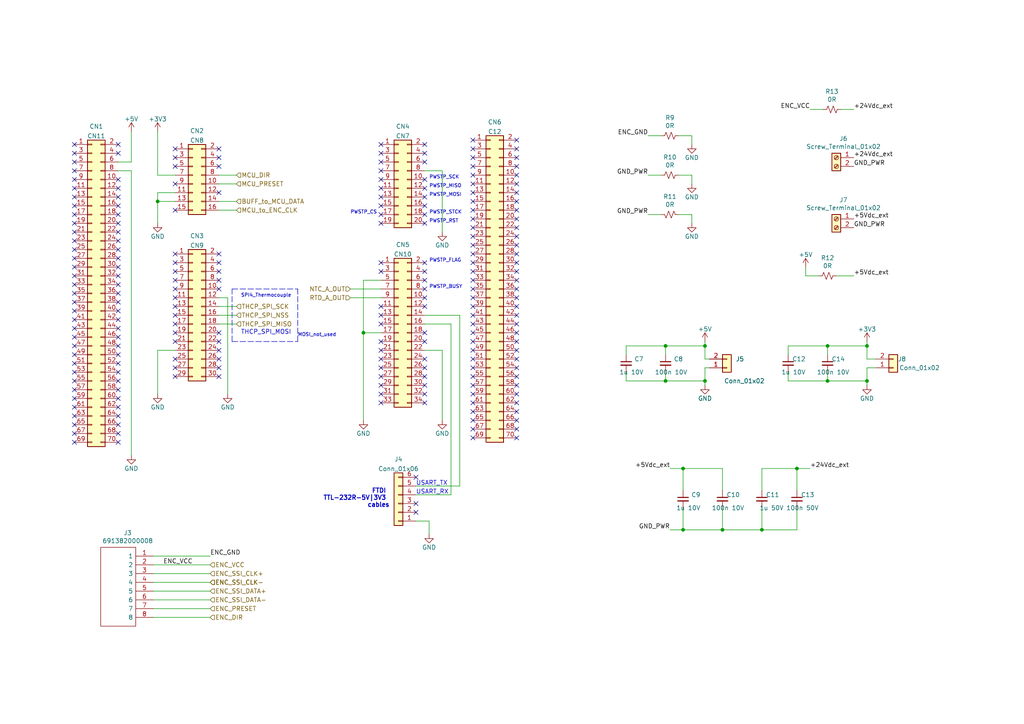
<source format=kicad_sch>
(kicad_sch (version 20211123) (generator eeschema)
  (paper "A4")
  (title_block (title "ProtonTH MatriXX Mover Nucleo-H723 driver") (date "2022-02-18") (rev "0.4") (company "ProM Facility - Trentino Sviluppo Spa"))
  (lib_symbols
    (symbol "Connector:Screw_Terminal_01x02" (pin_names (offset 1.016) hide)
      (property "Reference" "J" (at 0 2.54 0))
      (property "Value" "Screw_Terminal_01x02" (at 0 -5.08 0))
      (symbol "Screw_Terminal_01x02_1_1"
        (pin passive line (at -5.08 0 0) (length 3.81) (name "Pin_1") (number "1"))
        (pin passive line (at -5.08 -2.54 0) (length 3.81) (name "Pin_2") (number "2"))
      )
    )
    (symbol "Connector_Generic:Conn_01x02" (pin_names (offset 1.016) hide)
      (property "Reference" "J" (at 0 2.54 0))
      (property "Value" "Conn_01x02" (at 0 -5.08 0))
      (symbol "Conn_01x02_1_1"
        (pin passive line (at -5.08 0 0) (length 3.81) (name "Pin_1") (number "1"))
        (pin passive line (at -5.08 -2.54 0) (length 3.81) (name "Pin_2") (number "2"))
      )
    )
    (symbol "Connector_Generic:Conn_01x06" (pin_names (offset 1.016) hide)
      (property "Reference" "J" (at 0 7.62 0))
      (property "Value" "Conn_01x06" (at 0 -10.16 0))
      (symbol "Conn_01x06_1_1"
        (pin passive line (at -5.08 5.08 0) (length 3.81) (name "Pin_1") (number "1"))
        (pin passive line (at -5.08 2.54 0) (length 3.81) (name "Pin_2") (number "2"))
        (pin passive line (at -5.08 0 0) (length 3.81) (name "Pin_3") (number "3"))
        (pin passive line (at -5.08 -2.54 0) (length 3.81) (name "Pin_4") (number "4"))
        (pin passive line (at -5.08 -5.08 0) (length 3.81) (name "Pin_5") (number "5"))
        (pin passive line (at -5.08 -7.62 0) (length 3.81) (name "Pin_6") (number "6"))
      )
    )
    (symbol "Connector_Generic:Conn_02x08_Odd_Even" (pin_names (offset 1.016) hide)
      (property "Reference" "J" (at 1.27 10.16 0))
      (property "Value" "Conn_02x08_Odd_Even" (at 1.27 -12.7 0))
      (symbol "Conn_02x08_Odd_Even_1_1"
        (pin passive line (at -5.08 7.62 0) (length 3.81) (name "Pin_1") (number "1"))
        (pin passive line (at 7.62 -2.54 180) (length 3.81) (name "Pin_10") (number "10"))
        (pin passive line (at -5.08 -5.08 0) (length 3.81) (name "Pin_11") (number "11"))
        (pin passive line (at 7.62 -5.08 180) (length 3.81) (name "Pin_12") (number "12"))
        (pin passive line (at -5.08 -7.62 0) (length 3.81) (name "Pin_13") (number "13"))
        (pin passive line (at 7.62 -7.62 180) (length 3.81) (name "Pin_14") (number "14"))
        (pin passive line (at -5.08 -10.16 0) (length 3.81) (name "Pin_15") (number "15"))
        (pin passive line (at 7.62 -10.16 180) (length 3.81) (name "Pin_16") (number "16"))
        (pin passive line (at 7.62 7.62 180) (length 3.81) (name "Pin_2") (number "2"))
        (pin passive line (at -5.08 5.08 0) (length 3.81) (name "Pin_3") (number "3"))
        (pin passive line (at 7.62 5.08 180) (length 3.81) (name "Pin_4") (number "4"))
        (pin passive line (at -5.08 2.54 0) (length 3.81) (name "Pin_5") (number "5"))
        (pin passive line (at 7.62 2.54 180) (length 3.81) (name "Pin_6") (number "6"))
        (pin passive line (at -5.08 0 0) (length 3.81) (name "Pin_7") (number "7"))
        (pin passive line (at 7.62 0 180) (length 3.81) (name "Pin_8") (number "8"))
        (pin passive line (at -5.08 -2.54 0) (length 3.81) (name "Pin_9") (number "9"))
      )
    )
    (symbol "Connector_Generic:Conn_02x10_Odd_Even" (pin_names (offset 1.016) hide)
      (property "Reference" "J" (at 1.27 12.7 0))
      (property "Value" "Conn_02x10_Odd_Even" (at 1.27 -15.24 0))
      (symbol "Conn_02x10_Odd_Even_1_1"
        (pin passive line (at -5.08 10.16 0) (length 3.81) (name "Pin_1") (number "1"))
        (pin passive line (at 7.62 0 180) (length 3.81) (name "Pin_10") (number "10"))
        (pin passive line (at -5.08 -2.54 0) (length 3.81) (name "Pin_11") (number "11"))
        (pin passive line (at 7.62 -2.54 180) (length 3.81) (name "Pin_12") (number "12"))
        (pin passive line (at -5.08 -5.08 0) (length 3.81) (name "Pin_13") (number "13"))
        (pin passive line (at 7.62 -5.08 180) (length 3.81) (name "Pin_14") (number "14"))
        (pin passive line (at -5.08 -7.62 0) (length 3.81) (name "Pin_15") (number "15"))
        (pin passive line (at 7.62 -7.62 180) (length 3.81) (name "Pin_16") (number "16"))
        (pin passive line (at -5.08 -10.16 0) (length 3.81) (name "Pin_17") (number "17"))
        (pin passive line (at 7.62 -10.16 180) (length 3.81) (name "Pin_18") (number "18"))
        (pin passive line (at -5.08 -12.7 0) (length 3.81) (name "Pin_19") (number "19"))
        (pin passive line (at 7.62 10.16 180) (length 3.81) (name "Pin_2") (number "2"))
        (pin passive line (at 7.62 -12.7 180) (length 3.81) (name "Pin_20") (number "20"))
        (pin passive line (at -5.08 7.62 0) (length 3.81) (name "Pin_3") (number "3"))
        (pin passive line (at 7.62 7.62 180) (length 3.81) (name "Pin_4") (number "4"))
        (pin passive line (at -5.08 5.08 0) (length 3.81) (name "Pin_5") (number "5"))
        (pin passive line (at 7.62 5.08 180) (length 3.81) (name "Pin_6") (number "6"))
        (pin passive line (at -5.08 2.54 0) (length 3.81) (name "Pin_7") (number "7"))
        (pin passive line (at 7.62 2.54 180) (length 3.81) (name "Pin_8") (number "8"))
        (pin passive line (at -5.08 0 0) (length 3.81) (name "Pin_9") (number "9"))
      )
    )
    (symbol "Connector_Generic:Conn_02x15_Odd_Even" (pin_names (offset 1.016) hide)
      (property "Reference" "J" (at 1.27 20.32 0))
      (property "Value" "Conn_02x15_Odd_Even" (at 1.27 -20.32 0))
      (symbol "Conn_02x15_Odd_Even_1_1"
        (pin passive line (at -5.08 17.78 0) (length 3.81) (name "Pin_1") (number "1"))
        (pin passive line (at 7.62 7.62 180) (length 3.81) (name "Pin_10") (number "10"))
        (pin passive line (at -5.08 5.08 0) (length 3.81) (name "Pin_11") (number "11"))
        (pin passive line (at 7.62 5.08 180) (length 3.81) (name "Pin_12") (number "12"))
        (pin passive line (at -5.08 2.54 0) (length 3.81) (name "Pin_13") (number "13"))
        (pin passive line (at 7.62 2.54 180) (length 3.81) (name "Pin_14") (number "14"))
        (pin passive line (at -5.08 0 0) (length 3.81) (name "Pin_15") (number "15"))
        (pin passive line (at 7.62 0 180) (length 3.81) (name "Pin_16") (number "16"))
        (pin passive line (at -5.08 -2.54 0) (length 3.81) (name "Pin_17") (number "17"))
        (pin passive line (at 7.62 -2.54 180) (length 3.81) (name "Pin_18") (number "18"))
        (pin passive line (at -5.08 -5.08 0) (length 3.81) (name "Pin_19") (number "19"))
        (pin passive line (at 7.62 17.78 180) (length 3.81) (name "Pin_2") (number "2"))
        (pin passive line (at 7.62 -5.08 180) (length 3.81) (name "Pin_20") (number "20"))
        (pin passive line (at -5.08 -7.62 0) (length 3.81) (name "Pin_21") (number "21"))
        (pin passive line (at 7.62 -7.62 180) (length 3.81) (name "Pin_22") (number "22"))
        (pin passive line (at -5.08 -10.16 0) (length 3.81) (name "Pin_23") (number "23"))
        (pin passive line (at 7.62 -10.16 180) (length 3.81) (name "Pin_24") (number "24"))
        (pin passive line (at -5.08 -12.7 0) (length 3.81) (name "Pin_25") (number "25"))
        (pin passive line (at 7.62 -12.7 180) (length 3.81) (name "Pin_26") (number "26"))
        (pin passive line (at -5.08 -15.24 0) (length 3.81) (name "Pin_27") (number "27"))
        (pin passive line (at 7.62 -15.24 180) (length 3.81) (name "Pin_28") (number "28"))
        (pin passive line (at -5.08 -17.78 0) (length 3.81) (name "Pin_29") (number "29"))
        (pin passive line (at -5.08 15.24 0) (length 3.81) (name "Pin_3") (number "3"))
        (pin passive line (at 7.62 -17.78 180) (length 3.81) (name "Pin_30") (number "30"))
        (pin passive line (at 7.62 15.24 180) (length 3.81) (name "Pin_4") (number "4"))
        (pin passive line (at -5.08 12.7 0) (length 3.81) (name "Pin_5") (number "5"))
        (pin passive line (at 7.62 12.7 180) (length 3.81) (name "Pin_6") (number "6"))
        (pin passive line (at -5.08 10.16 0) (length 3.81) (name "Pin_7") (number "7"))
        (pin passive line (at 7.62 10.16 180) (length 3.81) (name "Pin_8") (number "8"))
        (pin passive line (at -5.08 7.62 0) (length 3.81) (name "Pin_9") (number "9"))
      )
    )
    (symbol "Connector_Generic:Conn_02x17_Odd_Even" (pin_names (offset 1.016) hide)
      (property "Reference" "J" (at 1.27 22.86 0))
      (property "Value" "Conn_02x17_Odd_Even" (at 1.27 -22.86 0))
      (symbol "Conn_02x17_Odd_Even_1_1"
        (pin passive line (at -5.08 20.32 0) (length 3.81) (name "Pin_1") (number "1"))
        (pin passive line (at 7.62 10.16 180) (length 3.81) (name "Pin_10") (number "10"))
        (pin passive line (at -5.08 7.62 0) (length 3.81) (name "Pin_11") (number "11"))
        (pin passive line (at 7.62 7.62 180) (length 3.81) (name "Pin_12") (number "12"))
        (pin passive line (at -5.08 5.08 0) (length 3.81) (name "Pin_13") (number "13"))
        (pin passive line (at 7.62 5.08 180) (length 3.81) (name "Pin_14") (number "14"))
        (pin passive line (at -5.08 2.54 0) (length 3.81) (name "Pin_15") (number "15"))
        (pin passive line (at 7.62 2.54 180) (length 3.81) (name "Pin_16") (number "16"))
        (pin passive line (at -5.08 0 0) (length 3.81) (name "Pin_17") (number "17"))
        (pin passive line (at 7.62 0 180) (length 3.81) (name "Pin_18") (number "18"))
        (pin passive line (at -5.08 -2.54 0) (length 3.81) (name "Pin_19") (number "19"))
        (pin passive line (at 7.62 20.32 180) (length 3.81) (name "Pin_2") (number "2"))
        (pin passive line (at 7.62 -2.54 180) (length 3.81) (name "Pin_20") (number "20"))
        (pin passive line (at -5.08 -5.08 0) (length 3.81) (name "Pin_21") (number "21"))
        (pin passive line (at 7.62 -5.08 180) (length 3.81) (name "Pin_22") (number "22"))
        (pin passive line (at -5.08 -7.62 0) (length 3.81) (name "Pin_23") (number "23"))
        (pin passive line (at 7.62 -7.62 180) (length 3.81) (name "Pin_24") (number "24"))
        (pin passive line (at -5.08 -10.16 0) (length 3.81) (name "Pin_25") (number "25"))
        (pin passive line (at 7.62 -10.16 180) (length 3.81) (name "Pin_26") (number "26"))
        (pin passive line (at -5.08 -12.7 0) (length 3.81) (name "Pin_27") (number "27"))
        (pin passive line (at 7.62 -12.7 180) (length 3.81) (name "Pin_28") (number "28"))
        (pin passive line (at -5.08 -15.24 0) (length 3.81) (name "Pin_29") (number "29"))
        (pin passive line (at -5.08 17.78 0) (length 3.81) (name "Pin_3") (number "3"))
        (pin passive line (at 7.62 -15.24 180) (length 3.81) (name "Pin_30") (number "30"))
        (pin passive line (at -5.08 -17.78 0) (length 3.81) (name "Pin_31") (number "31"))
        (pin passive line (at 7.62 -17.78 180) (length 3.81) (name "Pin_32") (number "32"))
        (pin passive line (at -5.08 -20.32 0) (length 3.81) (name "Pin_33") (number "33"))
        (pin passive line (at 7.62 -20.32 180) (length 3.81) (name "Pin_34") (number "34"))
        (pin passive line (at 7.62 17.78 180) (length 3.81) (name "Pin_4") (number "4"))
        (pin passive line (at -5.08 15.24 0) (length 3.81) (name "Pin_5") (number "5"))
        (pin passive line (at 7.62 15.24 180) (length 3.81) (name "Pin_6") (number "6"))
        (pin passive line (at -5.08 12.7 0) (length 3.81) (name "Pin_7") (number "7"))
        (pin passive line (at 7.62 12.7 180) (length 3.81) (name "Pin_8") (number "8"))
        (pin passive line (at -5.08 10.16 0) (length 3.81) (name "Pin_9") (number "9"))
      )
    )
    (symbol "Connector_Generic:Conn_02x35_Odd_Even" (pin_names (offset 1.016) hide)
      (property "Reference" "J" (at 1.27 45.72 0))
      (property "Value" "Conn_02x35_Odd_Even" (at 1.27 -45.72 0))
      (symbol "Conn_02x35_Odd_Even_1_1"
        (pin passive line (at -5.08 43.18 0) (length 3.81) (name "Pin_1") (number "1"))
        (pin passive line (at 7.62 33.02 180) (length 3.81) (name "Pin_10") (number "10"))
        (pin passive line (at -5.08 30.48 0) (length 3.81) (name "Pin_11") (number "11"))
        (pin passive line (at 7.62 30.48 180) (length 3.81) (name "Pin_12") (number "12"))
        (pin passive line (at -5.08 27.94 0) (length 3.81) (name "Pin_13") (number "13"))
        (pin passive line (at 7.62 27.94 180) (length 3.81) (name "Pin_14") (number "14"))
        (pin passive line (at -5.08 25.4 0) (length 3.81) (name "Pin_15") (number "15"))
        (pin passive line (at 7.62 25.4 180) (length 3.81) (name "Pin_16") (number "16"))
        (pin passive line (at -5.08 22.86 0) (length 3.81) (name "Pin_17") (number "17"))
        (pin passive line (at 7.62 22.86 180) (length 3.81) (name "Pin_18") (number "18"))
        (pin passive line (at -5.08 20.32 0) (length 3.81) (name "Pin_19") (number "19"))
        (pin passive line (at 7.62 43.18 180) (length 3.81) (name "Pin_2") (number "2"))
        (pin passive line (at 7.62 20.32 180) (length 3.81) (name "Pin_20") (number "20"))
        (pin passive line (at -5.08 17.78 0) (length 3.81) (name "Pin_21") (number "21"))
        (pin passive line (at 7.62 17.78 180) (length 3.81) (name "Pin_22") (number "22"))
        (pin passive line (at -5.08 15.24 0) (length 3.81) (name "Pin_23") (number "23"))
        (pin passive line (at 7.62 15.24 180) (length 3.81) (name "Pin_24") (number "24"))
        (pin passive line (at -5.08 12.7 0) (length 3.81) (name "Pin_25") (number "25"))
        (pin passive line (at 7.62 12.7 180) (length 3.81) (name "Pin_26") (number "26"))
        (pin passive line (at -5.08 10.16 0) (length 3.81) (name "Pin_27") (number "27"))
        (pin passive line (at 7.62 10.16 180) (length 3.81) (name "Pin_28") (number "28"))
        (pin passive line (at -5.08 7.62 0) (length 3.81) (name "Pin_29") (number "29"))
        (pin passive line (at -5.08 40.64 0) (length 3.81) (name "Pin_3") (number "3"))
        (pin passive line (at 7.62 7.62 180) (length 3.81) (name "Pin_30") (number "30"))
        (pin passive line (at -5.08 5.08 0) (length 3.81) (name "Pin_31") (number "31"))
        (pin passive line (at 7.62 5.08 180) (length 3.81) (name "Pin_32") (number "32"))
        (pin passive line (at -5.08 2.54 0) (length 3.81) (name "Pin_33") (number "33"))
        (pin passive line (at 7.62 2.54 180) (length 3.81) (name "Pin_34") (number "34"))
        (pin passive line (at -5.08 0 0) (length 3.81) (name "Pin_35") (number "35"))
        (pin passive line (at 7.62 0 180) (length 3.81) (name "Pin_36") (number "36"))
        (pin passive line (at -5.08 -2.54 0) (length 3.81) (name "Pin_37") (number "37"))
        (pin passive line (at 7.62 -2.54 180) (length 3.81) (name "Pin_38") (number "38"))
        (pin passive line (at -5.08 -5.08 0) (length 3.81) (name "Pin_39") (number "39"))
        (pin passive line (at 7.62 40.64 180) (length 3.81) (name "Pin_4") (number "4"))
        (pin passive line (at 7.62 -5.08 180) (length 3.81) (name "Pin_40") (number "40"))
        (pin passive line (at -5.08 -7.62 0) (length 3.81) (name "Pin_41") (number "41"))
        (pin passive line (at 7.62 -7.62 180) (length 3.81) (name "Pin_42") (number "42"))
        (pin passive line (at -5.08 -10.16 0) (length 3.81) (name "Pin_43") (number "43"))
        (pin passive line (at 7.62 -10.16 180) (length 3.81) (name "Pin_44") (number "44"))
        (pin passive line (at -5.08 -12.7 0) (length 3.81) (name "Pin_45") (number "45"))
        (pin passive line (at 7.62 -12.7 180) (length 3.81) (name "Pin_46") (number "46"))
        (pin passive line (at -5.08 -15.24 0) (length 3.81) (name "Pin_47") (number "47"))
        (pin passive line (at 7.62 -15.24 180) (length 3.81) (name "Pin_48") (number "48"))
        (pin passive line (at -5.08 -17.78 0) (length 3.81) (name "Pin_49") (number "49"))
        (pin passive line (at -5.08 38.1 0) (length 3.81) (name "Pin_5") (number "5"))
        (pin passive line (at 7.62 -17.78 180) (length 3.81) (name "Pin_50") (number "50"))
        (pin passive line (at -5.08 -20.32 0) (length 3.81) (name "Pin_51") (number "51"))
        (pin passive line (at 7.62 -20.32 180) (length 3.81) (name "Pin_52") (number "52"))
        (pin passive line (at -5.08 -22.86 0) (length 3.81) (name "Pin_53") (number "53"))
        (pin passive line (at 7.62 -22.86 180) (length 3.81) (name "Pin_54") (number "54"))
        (pin passive line (at -5.08 -25.4 0) (length 3.81) (name "Pin_55") (number "55"))
        (pin passive line (at 7.62 -25.4 180) (length 3.81) (name "Pin_56") (number "56"))
        (pin passive line (at -5.08 -27.94 0) (length 3.81) (name "Pin_57") (number "57"))
        (pin passive line (at 7.62 -27.94 180) (length 3.81) (name "Pin_58") (number "58"))
        (pin passive line (at -5.08 -30.48 0) (length 3.81) (name "Pin_59") (number "59"))
        (pin passive line (at 7.62 38.1 180) (length 3.81) (name "Pin_6") (number "6"))
        (pin passive line (at 7.62 -30.48 180) (length 3.81) (name "Pin_60") (number "60"))
        (pin passive line (at -5.08 -33.02 0) (length 3.81) (name "Pin_61") (number "61"))
        (pin passive line (at 7.62 -33.02 180) (length 3.81) (name "Pin_62") (number "62"))
        (pin passive line (at -5.08 -35.56 0) (length 3.81) (name "Pin_63") (number "63"))
        (pin passive line (at 7.62 -35.56 180) (length 3.81) (name "Pin_64") (number "64"))
        (pin passive line (at -5.08 -38.1 0) (length 3.81) (name "Pin_65") (number "65"))
        (pin passive line (at 7.62 -38.1 180) (length 3.81) (name "Pin_66") (number "66"))
        (pin passive line (at -5.08 -40.64 0) (length 3.81) (name "Pin_67") (number "67"))
        (pin passive line (at 7.62 -40.64 180) (length 3.81) (name "Pin_68") (number "68"))
        (pin passive line (at -5.08 -43.18 0) (length 3.81) (name "Pin_69") (number "69"))
        (pin passive line (at -5.08 35.56 0) (length 3.81) (name "Pin_7") (number "7"))
        (pin passive line (at 7.62 -43.18 180) (length 3.81) (name "Pin_70") (number "70"))
        (pin passive line (at 7.62 35.56 180) (length 3.81) (name "Pin_8") (number "8"))
        (pin passive line (at -5.08 33.02 0) (length 3.81) (name "Pin_9") (number "9"))
      )
    )
    (symbol "Device:C_Small" (pin_numbers hide) (pin_names (offset 0.254) hide)
      (property "Reference" "C" (at 0.254 1.778 0))
      (property "Value" "C_Small" (at 0.254 -2.032 0))
      (symbol "C_Small_1_1"
        (pin passive line (at 0 2.54 270) (length 2.032) (name "~") (number "1"))
        (pin passive line (at 0 -2.54 90) (length 2.032) (name "~") (number "2"))
      )
    )
    (symbol "Device:R_Small_US" (pin_numbers hide) (pin_names (offset 0.254) hide)
      (property "Reference" "R" (at 0.762 0.508 0))
      (property "Value" "R_Small_US" (at 0.762 -1.016 0))
      (symbol "R_Small_US_1_1"
        (pin passive line (at 0 2.54 270) (length 1.016) (name "~") (number "1"))
        (pin passive line (at 0 -2.54 90) (length 1.016) (name "~") (number "2"))
      )
    )
    (symbol "SamacSys_Parts:691382000008" (pin_names (offset 0.762))
      (property "Reference" "J" (at 16.51 7.62 0))
      (property "Value" "SamacSys_Parts_691382000008" (at 16.51 5.08 0))
      (symbol "691382000008_0_0"
        (pin passive line (at 0 0 0) (length 5.08) (name "1") (number "1"))
        (pin passive line (at 0 -2.54 0) (length 5.08) (name "2") (number "2"))
        (pin passive line (at 0 -5.08 0) (length 5.08) (name "3") (number "3"))
        (pin passive line (at 0 -7.62 0) (length 5.08) (name "4") (number "4"))
        (pin passive line (at 0 -10.16 0) (length 5.08) (name "5") (number "5"))
        (pin passive line (at 0 -12.7 0) (length 5.08) (name "6") (number "6"))
        (pin passive line (at 0 -15.24 0) (length 5.08) (name "7") (number "7"))
        (pin passive line (at 0 -17.78 0) (length 5.08) (name "8") (number "8"))
      )
    )
    (symbol "power:+3.3V" (power) (pin_names (offset 0))
      (property "Value" "+3.3V" (at 0 3.556 0))
      (symbol "+3.3V_1_1"
        (pin power_in line (at 0 0 90) (length 0) hide (name "+3V3") (number "1"))
      )
    )
    (symbol "power:+5V" (power) (pin_names (offset 0))
      (property "Value" "+5V" (at 0 3.556 0))
      (symbol "+5V_1_1"
        (pin power_in line (at 0 0 90) (length 0) hide (name "+5V") (number "1"))
      )
    )
    (symbol "power:GND" (power) (pin_names (offset 0))
      (property "Value" "GND" (at 0 -3.81 0))
      (symbol "GND_1_1"
        (pin power_in line (at 0 0 270) (length 0) hide (name "GND") (number "1"))
      )
    )
  )
  (junction (at 198.12 135.89))
  (junction (at 193.04 110.49))
  (junction (at 193.04 100.33))
  (junction (at 251.46 110.49))
  (junction (at 204.47 110.49))
  (junction (at 231.14 135.89))
  (junction (at 251.46 100.33))
  (junction (at 240.03 100.33))
  (junction (at 240.03 110.49))
  (junction (at 209.55 153.67))
  (junction (at 204.47 100.33))
  (junction (at 105.41 96.52))
  (junction (at 198.12 153.67))
  (junction (at 220.98 153.67))
  (junction (at 45.72 58.42))
  (no_connect (at 120.65 138.43))
  (no_connect (at 120.65 146.05))
  (no_connect (at 120.65 148.59))
  (no_connect (at 137.16 101.6))
  (no_connect (at 137.16 99.06))
  (no_connect (at 137.16 104.14))
  (no_connect (at 137.16 119.38))
  (no_connect (at 137.16 111.76))
  (no_connect (at 137.16 106.68))
  (no_connect (at 137.16 114.3))
  (no_connect (at 137.16 109.22))
  (no_connect (at 137.16 116.84))
  (no_connect (at 149.86 121.92))
  (no_connect (at 137.16 124.46))
  (no_connect (at 137.16 127))
  (no_connect (at 149.86 127))
  (no_connect (at 149.86 124.46))
  (no_connect (at 149.86 119.38))
  (no_connect (at 137.16 121.92))
  (no_connect (at 149.86 114.3))
  (no_connect (at 149.86 116.84))
  (no_connect (at 149.86 104.14))
  (no_connect (at 149.86 109.22))
  (no_connect (at 149.86 101.6))
  (no_connect (at 149.86 99.06))
  (no_connect (at 149.86 106.68))
  (no_connect (at 149.86 111.76))
  (no_connect (at 137.16 68.58))
  (no_connect (at 137.16 66.04))
  (no_connect (at 137.16 71.12))
  (no_connect (at 137.16 63.5))
  (no_connect (at 149.86 68.58))
  (no_connect (at 149.86 71.12))
  (no_connect (at 149.86 63.5))
  (no_connect (at 149.86 73.66))
  (no_connect (at 149.86 66.04))
  (no_connect (at 34.29 128.27))
  (no_connect (at 34.29 125.73))
  (no_connect (at 34.29 123.19))
  (no_connect (at 34.29 80.01))
  (no_connect (at 34.29 82.55))
  (no_connect (at 34.29 85.09))
  (no_connect (at 34.29 87.63))
  (no_connect (at 34.29 90.17))
  (no_connect (at 34.29 92.71))
  (no_connect (at 34.29 95.25))
  (no_connect (at 34.29 97.79))
  (no_connect (at 34.29 100.33))
  (no_connect (at 34.29 102.87))
  (no_connect (at 21.59 118.11))
  (no_connect (at 21.59 123.19))
  (no_connect (at 21.59 120.65))
  (no_connect (at 21.59 125.73))
  (no_connect (at 21.59 128.27))
  (no_connect (at 21.59 115.57))
  (no_connect (at 34.29 120.65))
  (no_connect (at 34.29 118.11))
  (no_connect (at 34.29 115.57))
  (no_connect (at 34.29 105.41))
  (no_connect (at 34.29 107.95))
  (no_connect (at 34.29 110.49))
  (no_connect (at 34.29 113.03))
  (no_connect (at 34.29 77.47))
  (no_connect (at 34.29 72.39))
  (no_connect (at 34.29 74.93))
  (no_connect (at 137.16 81.28))
  (no_connect (at 137.16 78.74))
  (no_connect (at 137.16 76.2))
  (no_connect (at 149.86 76.2))
  (no_connect (at 149.86 78.74))
  (no_connect (at 149.86 86.36))
  (no_connect (at 149.86 81.28))
  (no_connect (at 149.86 83.82))
  (no_connect (at 149.86 88.9))
  (no_connect (at 149.86 91.44))
  (no_connect (at 149.86 93.98))
  (no_connect (at 149.86 96.52))
  (no_connect (at 137.16 73.66))
  (no_connect (at 137.16 96.52))
  (no_connect (at 137.16 86.36))
  (no_connect (at 137.16 83.82))
  (no_connect (at 137.16 93.98))
  (no_connect (at 137.16 88.9))
  (no_connect (at 137.16 91.44))
  (no_connect (at 50.8 53.34))
  (no_connect (at 50.8 43.18))
  (no_connect (at 50.8 48.26))
  (no_connect (at 50.8 60.96))
  (no_connect (at 63.5 55.88))
  (no_connect (at 50.8 45.72))
  (no_connect (at 63.5 43.18))
  (no_connect (at 63.5 45.72))
  (no_connect (at 63.5 48.26))
  (no_connect (at 110.49 41.91))
  (no_connect (at 110.49 44.45))
  (no_connect (at 110.49 46.99))
  (no_connect (at 110.49 49.53))
  (no_connect (at 110.49 52.07))
  (no_connect (at 123.19 41.91))
  (no_connect (at 123.19 44.45))
  (no_connect (at 123.19 46.99))
  (no_connect (at 123.19 52.07))
  (no_connect (at 123.19 54.61))
  (no_connect (at 110.49 54.61))
  (no_connect (at 110.49 57.15))
  (no_connect (at 123.19 57.15))
  (no_connect (at 110.49 59.69))
  (no_connect (at 110.49 62.23))
  (no_connect (at 110.49 64.77))
  (no_connect (at 123.19 64.77))
  (no_connect (at 123.19 62.23))
  (no_connect (at 123.19 59.69))
  (no_connect (at 21.59 41.91))
  (no_connect (at 21.59 44.45))
  (no_connect (at 21.59 46.99))
  (no_connect (at 21.59 49.53))
  (no_connect (at 34.29 41.91))
  (no_connect (at 34.29 44.45))
  (no_connect (at 34.29 54.61))
  (no_connect (at 34.29 52.07))
  (no_connect (at 21.59 52.07))
  (no_connect (at 21.59 54.61))
  (no_connect (at 21.59 57.15))
  (no_connect (at 21.59 59.69))
  (no_connect (at 63.5 96.52))
  (no_connect (at 137.16 60.96))
  (no_connect (at 149.86 48.26))
  (no_connect (at 149.86 55.88))
  (no_connect (at 149.86 43.18))
  (no_connect (at 149.86 40.64))
  (no_connect (at 149.86 50.8))
  (no_connect (at 149.86 53.34))
  (no_connect (at 149.86 45.72))
  (no_connect (at 137.16 53.34))
  (no_connect (at 137.16 45.72))
  (no_connect (at 137.16 55.88))
  (no_connect (at 137.16 50.8))
  (no_connect (at 137.16 48.26))
  (no_connect (at 137.16 58.42))
  (no_connect (at 137.16 43.18))
  (no_connect (at 149.86 60.96))
  (no_connect (at 149.86 58.42))
  (no_connect (at 137.16 40.64))
  (no_connect (at 34.29 57.15))
  (no_connect (at 34.29 59.69))
  (no_connect (at 34.29 62.23))
  (no_connect (at 21.59 62.23))
  (no_connect (at 21.59 64.77))
  (no_connect (at 50.8 78.74))
  (no_connect (at 50.8 76.2))
  (no_connect (at 50.8 73.66))
  (no_connect (at 63.5 73.66))
  (no_connect (at 63.5 76.2))
  (no_connect (at 63.5 83.82))
  (no_connect (at 63.5 81.28))
  (no_connect (at 63.5 78.74))
  (no_connect (at 63.5 109.22))
  (no_connect (at 50.8 109.22))
  (no_connect (at 50.8 106.68))
  (no_connect (at 63.5 99.06))
  (no_connect (at 50.8 104.14))
  (no_connect (at 50.8 93.98))
  (no_connect (at 50.8 99.06))
  (no_connect (at 50.8 96.52))
  (no_connect (at 50.8 91.44))
  (no_connect (at 50.8 88.9))
  (no_connect (at 50.8 86.36))
  (no_connect (at 50.8 83.82))
  (no_connect (at 50.8 81.28))
  (no_connect (at 63.5 101.6))
  (no_connect (at 63.5 104.14))
  (no_connect (at 63.5 106.68))
  (no_connect (at 21.59 102.87))
  (no_connect (at 21.59 105.41))
  (no_connect (at 21.59 107.95))
  (no_connect (at 21.59 110.49))
  (no_connect (at 21.59 113.03))
  (no_connect (at 21.59 77.47))
  (no_connect (at 21.59 80.01))
  (no_connect (at 21.59 82.55))
  (no_connect (at 21.59 85.09))
  (no_connect (at 21.59 87.63))
  (no_connect (at 21.59 90.17))
  (no_connect (at 21.59 92.71))
  (no_connect (at 21.59 95.25))
  (no_connect (at 21.59 97.79))
  (no_connect (at 21.59 100.33))
  (no_connect (at 34.29 64.77))
  (no_connect (at 34.29 67.31))
  (no_connect (at 34.29 69.85))
  (no_connect (at 21.59 67.31))
  (no_connect (at 21.59 69.85))
  (no_connect (at 21.59 72.39))
  (no_connect (at 21.59 74.93))
  (no_connect (at 110.49 76.2))
  (no_connect (at 110.49 78.74))
  (no_connect (at 123.19 76.2))
  (no_connect (at 123.19 78.74))
  (no_connect (at 123.19 81.28))
  (no_connect (at 123.19 83.82))
  (no_connect (at 123.19 86.36))
  (no_connect (at 123.19 88.9))
  (no_connect (at 123.19 96.52))
  (no_connect (at 110.49 116.84))
  (no_connect (at 110.49 114.3))
  (no_connect (at 123.19 99.06))
  (no_connect (at 123.19 104.14))
  (no_connect (at 123.19 106.68))
  (no_connect (at 123.19 109.22))
  (no_connect (at 123.19 111.76))
  (no_connect (at 123.19 114.3))
  (no_connect (at 123.19 116.84))
  (no_connect (at 110.49 111.76))
  (no_connect (at 110.49 88.9))
  (no_connect (at 110.49 91.44))
  (no_connect (at 110.49 93.98))
  (no_connect (at 110.49 109.22))
  (no_connect (at 110.49 106.68))
  (no_connect (at 110.49 104.14))
  (no_connect (at 110.49 101.6))
  (no_connect (at 110.49 99.06))
  (wire (pts (xy 254 106.68) (xy 251.46 106.68)))
  (wire (pts (xy 220.98 147.32) (xy 220.98 153.67)))
  (polyline (pts (xy 86.36 99.06) (xy 86.36 83.82)))
  (wire (pts (xy 187.96 39.37) (xy 191.77 39.37)))
  (wire (pts (xy 187.96 50.8) (xy 191.77 50.8)))
  (wire (pts (xy 120.65 140.97) (xy 133.35 140.97)))
  (wire (pts (xy 228.6 110.49) (xy 240.03 110.49)))
  (wire (pts (xy 234.95 31.75) (xy 238.76 31.75)))
  (wire (pts (xy 181.61 110.49) (xy 193.04 110.49)))
  (wire (pts (xy 204.47 99.06) (xy 204.47 100.33)))
  (wire (pts (xy 68.58 88.9) (xy 63.5 88.9)))
  (wire (pts (xy 240.03 110.49) (xy 251.46 110.49)))
  (wire (pts (xy 196.85 50.8) (xy 200.66 50.8)))
  (polyline (pts (xy 67.31 99.06) (xy 86.36 99.06)))
  (wire (pts (xy 44.45 176.53) (xy 60.96 176.53)))
  (wire (pts (xy 130.81 93.98) (xy 130.81 143.51)))
  (wire (pts (xy 209.55 147.32) (xy 209.55 153.67)))
  (wire (pts (xy 242.57 80.01) (xy 247.65 80.01)))
  (wire (pts (xy 240.03 107.95) (xy 240.03 110.49)))
  (wire (pts (xy 45.72 64.77) (xy 45.72 58.42)))
  (wire (pts (xy 205.74 106.68) (xy 204.47 106.68)))
  (wire (pts (xy 228.6 100.33) (xy 240.03 100.33)))
  (wire (pts (xy 66.04 114.3) (xy 66.04 86.36)))
  (wire (pts (xy 38.1 132.08) (xy 38.1 49.53)))
  (wire (pts (xy 231.14 135.89) (xy 231.14 142.24)))
  (wire (pts (xy 68.58 91.44) (xy 63.5 91.44)))
  (wire (pts (xy 66.04 86.36) (xy 63.5 86.36)))
  (wire (pts (xy 120.65 151.13) (xy 124.46 151.13)))
  (wire (pts (xy 193.04 107.95) (xy 193.04 110.49)))
  (wire (pts (xy 200.66 62.23) (xy 200.66 64.77)))
  (wire (pts (xy 181.61 107.95) (xy 181.61 110.49)))
  (wire (pts (xy 204.47 106.68) (xy 204.47 110.49)))
  (wire (pts (xy 193.04 110.49) (xy 204.47 110.49)))
  (wire (pts (xy 50.8 55.88) (xy 45.72 55.88)))
  (wire (pts (xy 38.1 49.53) (xy 34.29 49.53)))
  (wire (pts (xy 45.72 58.42) (xy 50.8 58.42)))
  (wire (pts (xy 209.55 142.24) (xy 209.55 135.89)))
  (wire (pts (xy 45.72 101.6) (xy 45.72 114.3)))
  (wire (pts (xy 198.12 153.67) (xy 198.12 147.32)))
  (wire (pts (xy 251.46 100.33) (xy 251.46 99.06)))
  (wire (pts (xy 251.46 106.68) (xy 251.46 110.49)))
  (wire (pts (xy 44.45 161.29) (xy 60.96 161.29)))
  (wire (pts (xy 124.46 151.13) (xy 124.46 154.94)))
  (wire (pts (xy 105.41 96.52) (xy 105.41 121.92)))
  (wire (pts (xy 200.66 50.8) (xy 200.66 53.34)))
  (wire (pts (xy 38.1 46.99) (xy 38.1 38.1)))
  (wire (pts (xy 191.77 62.23) (xy 187.96 62.23)))
  (wire (pts (xy 45.72 55.88) (xy 45.72 58.42)))
  (wire (pts (xy 209.55 135.89) (xy 198.12 135.89)))
  (wire (pts (xy 68.58 93.98) (xy 63.5 93.98)))
  (wire (pts (xy 209.55 153.67) (xy 198.12 153.67)))
  (wire (pts (xy 101.6 86.36) (xy 110.49 86.36)))
  (wire (pts (xy 44.45 171.45) (xy 60.96 171.45)))
  (wire (pts (xy 231.14 135.89) (xy 234.95 135.89)))
  (wire (pts (xy 251.46 104.14) (xy 251.46 100.33)))
  (polyline (pts (xy 67.31 83.82) (xy 86.36 83.82)))
  (wire (pts (xy 204.47 111.76) (xy 204.47 110.49)))
  (wire (pts (xy 133.35 91.44) (xy 133.35 140.97)))
  (wire (pts (xy 200.66 39.37) (xy 200.66 41.91)))
  (wire (pts (xy 34.29 46.99) (xy 38.1 46.99)))
  (wire (pts (xy 128.27 49.53) (xy 123.19 49.53)))
  (wire (pts (xy 243.84 31.75) (xy 247.65 31.75)))
  (wire (pts (xy 194.31 135.89) (xy 198.12 135.89)))
  (wire (pts (xy 44.45 173.99) (xy 60.96 173.99)))
  (wire (pts (xy 204.47 100.33) (xy 204.47 104.14)))
  (wire (pts (xy 228.6 107.95) (xy 228.6 110.49)))
  (wire (pts (xy 240.03 100.33) (xy 251.46 100.33)))
  (wire (pts (xy 68.58 53.34) (xy 63.5 53.34)))
  (wire (pts (xy 251.46 110.49) (xy 251.46 111.76)))
  (wire (pts (xy 45.72 38.1) (xy 45.72 50.8)))
  (wire (pts (xy 193.04 100.33) (xy 193.04 102.87)))
  (wire (pts (xy 240.03 102.87) (xy 240.03 100.33)))
  (wire (pts (xy 128.27 67.31) (xy 128.27 49.53)))
  (wire (pts (xy 123.19 93.98) (xy 130.81 93.98)))
  (wire (pts (xy 123.19 101.6) (xy 128.27 101.6)))
  (wire (pts (xy 196.85 39.37) (xy 200.66 39.37)))
  (wire (pts (xy 220.98 142.24) (xy 220.98 135.89)))
  (wire (pts (xy 181.61 100.33) (xy 193.04 100.33)))
  (wire (pts (xy 128.27 101.6) (xy 128.27 121.92)))
  (wire (pts (xy 194.31 153.67) (xy 198.12 153.67)))
  (wire (pts (xy 68.58 50.8) (xy 63.5 50.8)))
  (wire (pts (xy 50.8 101.6) (xy 45.72 101.6)))
  (wire (pts (xy 204.47 104.14) (xy 205.74 104.14)))
  (wire (pts (xy 233.68 80.01) (xy 237.49 80.01)))
  (wire (pts (xy 44.45 166.37) (xy 60.96 166.37)))
  (wire (pts (xy 101.6 83.82) (xy 110.49 83.82)))
  (wire (pts (xy 181.61 102.87) (xy 181.61 100.33)))
  (wire (pts (xy 123.19 91.44) (xy 133.35 91.44)))
  (wire (pts (xy 44.45 168.91) (xy 60.96 168.91)))
  (wire (pts (xy 110.49 81.28) (xy 105.41 81.28)))
  (wire (pts (xy 68.58 58.42) (xy 63.5 58.42)))
  (wire (pts (xy 68.58 60.96) (xy 63.5 60.96)))
  (wire (pts (xy 220.98 135.89) (xy 231.14 135.89)))
  (wire (pts (xy 105.41 81.28) (xy 105.41 96.52)))
  (wire (pts (xy 251.46 104.14) (xy 254 104.14)))
  (wire (pts (xy 220.98 153.67) (xy 209.55 153.67)))
  (wire (pts (xy 44.45 179.07) (xy 60.96 179.07)))
  (wire (pts (xy 120.65 143.51) (xy 130.81 143.51)))
  (wire (pts (xy 105.41 96.52) (xy 110.49 96.52)))
  (wire (pts (xy 200.66 62.23) (xy 196.85 62.23)))
  (polyline (pts (xy 86.36 83.82) (xy 86.36 85.09)))
  (wire (pts (xy 44.45 163.83) (xy 60.96 163.83)))
  (wire (pts (xy 193.04 100.33) (xy 204.47 100.33)))
  (wire (pts (xy 198.12 135.89) (xy 198.12 142.24)))
  (polyline (pts (xy 67.31 99.06) (xy 67.31 83.82)))
  (wire (pts (xy 45.72 50.8) (xy 50.8 50.8)))
  (wire (pts (xy 231.14 147.32) (xy 231.14 153.67)))
  (wire (pts (xy 228.6 102.87) (xy 228.6 100.33)))
  (wire (pts (xy 233.68 77.47) (xy 233.68 80.01)))
  (wire (pts (xy 231.14 153.67) (xy 220.98 153.67)))
  (text "PWSTP_BUSY" (at 124.46 83.82 0) (effects (font (size 1 1)) (justify left bottom)))
  (text "PWSTP_FLAG" (at 124.46 76.2 0) (effects (font (size 1 1)) (justify left bottom)))
  (text "MOSI_not_used" (at 86.36 97.79 0) (effects (font (size 1 1)) (justify left bottom)))
  (text "FTDI \nTTL-232R-5V|3V3 \ncables" (at 113.03 147.32 180) (effects (font (size 1.27 1.27) bold) (justify right bottom)))
  (text "PWSTP_CS" (at 101.6 62.23 0) (effects (font (size 1 1)) (justify left bottom)))
  (text "PWSTP_MOSI" (at 124.46 57.15 0) (effects (font (size 1 1)) (justify left bottom)))
  (text "PWSTP_MISO" (at 124.46 54.61 0) (effects (font (size 1 1)) (justify left bottom)))
  (text "USART_TX" (at 120.65 140.97 0) (effects (font (size 1.27 1.27)) (justify left bottom)))
  (text "THCP_SPI_MOSI" (at 69.85 97.155 0) (effects (font (size 1.27 1.27)) (justify left bottom)))
  (text "PWSTP_STCK" (at 124.46 62.23 0) (effects (font (size 1 1)) (justify left bottom)))
  (text "PWSTP_RST" (at 124.46 64.77 0) (effects (font (size 1 1)) (justify left bottom)))
  (text "PWSTP_SCK" (at 124.46 52.07 0) (effects (font (size 1 1)) (justify left bottom)))
  (text "USART_RX" (at 120.65 143.51 0) (effects (font (size 1.27 1.27)) (justify left bottom)))
  (text "SPI4_Thermocouple" (at 69.85 86.36 0) (effects (font (size 1 1)) (justify left bottom)))
  (label "+5Vdc_ext" (at 194.31 135.89 180))
  (label "GND_PWR" (at 194.31 153.67 180))
  (label "GND_PWR" (at 247.65 48.26 0))
  (label "+5Vdc_ext" (at 247.65 63.5 0))
  (label "GND_PWR" (at 187.96 50.8 180))
  (label "ENC_GND" (at 60.96 161.29 0))
  (label "GND_PWR" (at 187.96 62.23 180))
  (label "ENC_GND" (at 187.96 39.37 180))
  (label "+5Vdc_ext" (at 247.65 80.01 0))
  (label "+24Vdc_ext" (at 247.65 45.72 0))
  (label "+24Vdc_ext" (at 234.95 135.89 0))
  (label "+24Vdc_ext" (at 247.65 31.75 0))
  (label "ENC_VCC" (at 234.95 31.75 180))
  (label "ENC_VCC" (at 55.88 163.83 180))
  (label "GND_PWR" (at 247.65 66.04 0))
  (hierarchical_label "MCU_DIR" (shape input) (at 68.58 50.8 0))
  (hierarchical_label "MCU_to_ENC_CLK" (shape input) (at 68.58 60.96 0))
  (hierarchical_label "ENC_SSI_DATA-" (shape input) (at 60.96 173.99 0))
  (hierarchical_label "NTC_A_OUT" (shape input) (at 101.6 83.82 180))
  (hierarchical_label "THCP_SPI_SCK" (shape input) (at 68.58 88.9 0))
  (hierarchical_label "ENC_SSI_CLK+" (shape input) (at 60.96 166.37 0))
  (hierarchical_label "MCU_PRESET" (shape input) (at 68.58 53.34 0))
  (hierarchical_label "THCP_SPI_NSS" (shape input) (at 68.58 91.44 0))
  (hierarchical_label "BUFF_to_MCU_DATA" (shape input) (at 68.58 58.42 0))
  (hierarchical_label "THCP_SPI_MISO" (shape input) (at 68.58 93.98 0))
  (hierarchical_label "ENC_SSI_CLK-" (shape input) (at 60.96 168.91 0))
  (hierarchical_label "ENC_VCC" (shape input) (at 60.96 163.83 0))
  (hierarchical_label "ENC_SSI_DATA+" (shape input) (at 60.96 171.45 0))
  (hierarchical_label "RTD_A_OUT" (shape input) (at 101.6 86.36 180))
  (hierarchical_label "ENC_SSI_CLK-" (shape input) (at 60.96 168.91 0))
  (hierarchical_label "ENC_PRESET" (shape input) (at 60.96 176.53 0))
  (hierarchical_label "ENC_DIR" (shape input) (at 60.96 179.07 0))
  (symbol (lib_id "power:+5V") (at 204.47 99.06 0) (unit 1)
    (property "Reference" "#PWR030" (effects hide))
    (property "Value" "+5V" (at 204.47 95.4555 0))
  )
  (symbol (lib_id "Connector:Screw_Terminal_01x02") (at 242.57 45.72 0) (mirror y) (unit 1)
    (property "Reference" "J6" (at 244.6528 40.2082 0))
    (property "Value" "Screw_Terminal_01x02" (at 244.6528 42.5196 0))
    (property "Footprint" "Connector_PinHeader_2.54mm:PinHeader_1x02_P2.54mm_Vertical" (effects hide))
  )
  (symbol (lib_id "power:+3.3V") (at 251.46 99.06 0) (unit 1)
    (property "Reference" "#PWR033" (effects hide))
    (property "Value" "+3.3V" (at 251.46 95.504 0))
  )
  (symbol (lib_id "Connector_Generic:Conn_01x06") (at 115.57 146.05 180) (unit 1)
    (property "Reference" "J4" (at 115.57 133.1935 0))
    (property "Value" "Conn_01x06" (at 115.57 135.9686 0))
    (property "Footprint" "Connector_PinHeader_2.54mm:PinHeader_1x06_P2.54mm_Vertical" (effects hide))
  )
  (symbol (lib_id "power:GND") (at 38.1 132.08 0) (unit 1)
    (property "Reference" "#PWR018" (effects hide))
    (property "Value" "GND" (at 38.1 135.89 0))
  )
  (symbol (lib_id "Connector_Generic:Conn_01x02") (at 259.08 106.68 0) (mirror x) (unit 1)
    (property "Reference" "J8" (at 261.62 104.14 0))
    (property "Value" "Conn_01x02" (at 266.7 106.68 0))
    (property "Footprint" "Connector_PinHeader_2.54mm:PinHeader_1x02_P2.54mm_Vertical" (effects hide))
  )
  (symbol (lib_id "power:GND") (at 251.46 111.76 0) (unit 1)
    (property "Reference" "#PWR034" (effects hide))
    (property "Value" "GND" (at 251.46 115.57 0))
  )
  (symbol (lib_id "Connector_Generic:Conn_02x35_Odd_Even") (at 26.67 85.09 0) (unit 1)
    (property "Reference" "CN1" (at 27.94 36.6735 0))
    (property "Value" "CN11" (at 27.94 39.4486 0))
    (property "Footprint" "Connector_PinHeader_2.54mm:PinHeader_2x35_P2.54mm_Vertical" (effects hide))
  )
  (symbol (lib_id "power:GND") (at 124.46 154.94 0) (unit 1)
    (property "Reference" "#PWR024" (effects hide))
    (property "Value" "GND" (at 124.46 158.75 0))
  )
  (symbol (lib_id "Device:C_Small") (at 193.04 105.41 0) (mirror y) (unit 1)
    (property "Reference" "C8" (at 198.12 104.14 0) (effects (justify left)))
    (property "Value" "100n 10V" (at 199.39 107.95 0) (effects (justify left)))
    (property "Footprint" "Capacitor_SMD:C_0603_1608Metric_Pad1.08x0.95mm_HandSolder" (effects hide))
  )
  (symbol (lib_id "Device:C_Small") (at 181.61 105.41 0) (mirror y) (unit 1)
    (property "Reference" "C7" (at 186.69 104.14 0) (effects (justify left)))
    (property "Value" "1u 10V" (at 186.69 107.95 0) (effects (justify left)))
    (property "Footprint" "Capacitor_SMD:C_0805_2012Metric_Pad1.18x1.45mm_HandSolder" (effects hide))
  )
  (symbol (lib_id "Connector:Screw_Terminal_01x02") (at 242.57 63.5 0) (mirror y) (unit 1)
    (property "Reference" "J7" (at 244.6528 57.9882 0))
    (property "Value" "Screw_Terminal_01x02" (at 244.6528 60.2996 0))
    (property "Footprint" "Connector_PinHeader_2.54mm:PinHeader_1x02_P2.54mm_Vertical" (effects hide))
  )
  (symbol (lib_id "Device:R_Small_US") (at 241.3 31.75 90) (unit 1)
    (property "Reference" "R13" (at 241.3 26.543 90))
    (property "Value" "0R" (at 241.3 28.8544 90))
    (property "Footprint" "Resistor_SMD:R_0603_1608Metric_Pad0.98x0.95mm_HandSolder" (effects hide))
  )
  (symbol (lib_id "power:+3.3V") (at 45.72 38.1 0) (unit 1)
    (property "Reference" "#PWR019" (effects hide))
    (property "Value" "+3.3V" (at 45.72 34.544 0))
  )
  (symbol (lib_id "Connector_Generic:Conn_01x02") (at 210.82 106.68 0) (mirror x) (unit 1)
    (property "Reference" "J5" (at 214.63 104.14 0))
    (property "Value" "Conn_01x02" (at 215.9 110.49 0))
    (property "Footprint" "Connector_PinHeader_2.54mm:PinHeader_1x02_P2.54mm_Vertical" (effects hide))
  )
  (symbol (lib_id "Connector_Generic:Conn_02x10_Odd_Even") (at 115.57 52.07 0) (unit 1)
    (property "Reference" "CN4" (at 116.84 36.6735 0))
    (property "Value" "CN7" (at 116.84 39.4486 0))
    (property "Footprint" "Connector_PinHeader_2.54mm:PinHeader_2x10_P2.54mm_Vertical" (effects hide))
  )
  (symbol (lib_id "Device:C_Small") (at 240.03 105.41 0) (mirror y) (unit 1)
    (property "Reference" "C14" (at 245.11 104.14 0) (effects (justify left)))
    (property "Value" "100n 10V" (at 246.38 107.95 0) (effects (justify left)))
    (property "Footprint" "Capacitor_SMD:C_0603_1608Metric_Pad1.08x0.95mm_HandSolder" (effects hide))
  )
  (symbol (lib_id "Device:R_Small_US") (at 194.31 62.23 270) (mirror x) (unit 1)
    (property "Reference" "R11" (at 194.31 57.023 90))
    (property "Value" "0R" (at 194.31 59.3344 90))
    (property "Footprint" "Resistor_SMD:R_0603_1608Metric_Pad0.98x0.95mm_HandSolder" (effects hide))
  )
  (symbol (lib_id "Connector_Generic:Conn_02x35_Odd_Even") (at 142.24 83.82 0) (unit 1)
    (property "Reference" "CN6" (at 143.51 35.4035 0))
    (property "Value" "C12" (at 143.51 38.1786 0))
    (property "Footprint" "Connector_PinHeader_2.54mm:PinHeader_2x35_P2.54mm_Vertical" (effects hide))
  )
  (symbol (lib_id "Device:C_Small") (at 220.98 144.78 0) (mirror y) (unit 1)
    (property "Reference" "C11" (at 226.06 143.51 0) (effects (justify left)))
    (property "Value" "1u 50V" (at 227.33 147.32 0) (effects (justify left)))
    (property "Footprint" "Capacitor_SMD:C_0805_2012Metric_Pad1.18x1.45mm_HandSolder" (effects hide))
  )
  (symbol (lib_id "Connector_Generic:Conn_02x15_Odd_Even") (at 55.88 91.44 0) (unit 1)
    (property "Reference" "CN3" (at 57.15 68.4235 0))
    (property "Value" "CN9" (at 57.15 71.1986 0))
    (property "Footprint" "Connector_PinHeader_2.54mm:PinHeader_2x15_P2.54mm_Vertical" (effects hide))
  )
  (symbol (lib_id "Device:C_Small") (at 198.12 144.78 0) (mirror y) (unit 1)
    (property "Reference" "C9" (at 203.2 143.51 0) (effects (justify left)))
    (property "Value" "1u 10V" (at 203.2 147.32 0) (effects (justify left)))
    (property "Footprint" "Capacitor_SMD:C_0805_2012Metric_Pad1.18x1.45mm_HandSolder" (effects hide))
  )
  (symbol (lib_id "power:+5V") (at 233.68 77.47 0) (unit 1)
    (property "Reference" "#PWR032" (effects hide))
    (property "Value" "+5V" (at 233.68 73.8655 0))
  )
  (symbol (lib_id "power:+5V") (at 38.1 38.1 0) (unit 1)
    (property "Reference" "#PWR017" (effects hide))
    (property "Value" "+5V" (at 38.1 34.4955 0))
  )
  (symbol (lib_id "power:GND") (at 45.72 64.77 0) (unit 1)
    (property "Reference" "#PWR020" (effects hide))
    (property "Value" "GND" (at 45.72 68.58 0))
  )
  (symbol (lib_id "power:GND") (at 128.27 121.92 0) (unit 1)
    (property "Reference" "#PWR026" (effects hide))
    (property "Value" "GND" (at 128.27 125.73 0))
  )
  (symbol (lib_id "power:GND") (at 105.41 121.92 0) (unit 1)
    (property "Reference" "#PWR023" (effects hide))
    (property "Value" "GND" (at 105.41 125.73 0))
  )
  (symbol (lib_id "SamacSys_Parts:691382000008") (at 44.45 161.29 0) (mirror y) (unit 1)
    (property "Reference" "J3" (at 37.0332 154.559 0))
    (property "Value" "691382000008" (at 37.0332 156.8704 0))
    (property "Footprint" "SamacSys_Parts:SHDR8W80P0X250_1X8_2200X810X1010P" (effects hide))
    (property "Datasheet" "http://katalog.we-online.de/em/datasheet/6913820000xx.pdf" (effects hide))
    (property "Description" "Wurth Elektronik 382 Series 2.5mm Pitch Vertical Pluggable Terminal Block, PCB Header with Solder Termination, 8 Way" (effects hide))
    (property "Height" "10.1" (effects hide))
    (property "Manufacturer_Name" "Wurth Elektronik" (effects hide))
    (property "Manufacturer_Part_Number" "691382000008" (effects hide))
    (property "Mouser Part Number" "710-691382000008" (effects hide))
    (property "Mouser Price/Stock" "https://www.mouser.co.uk/ProductDetail/Wurth-Elektronik/691382000008?qs=a9WhcLg8qCyuKMyFRlGfoA%3D%3D" (effects hide))
  )
  (symbol (lib_id "power:GND") (at 200.66 53.34 0) (unit 1)
    (property "Reference" "#PWR028" (effects hide))
    (property "Value" "GND" (at 200.66 57.15 0))
  )
  (symbol (lib_id "power:GND") (at 45.72 114.3 0) (unit 1)
    (property "Reference" "#PWR021" (effects hide))
    (property "Value" "GND" (at 45.72 118.11 0))
  )
  (symbol (lib_id "power:GND") (at 66.04 114.3 0) (unit 1)
    (property "Reference" "#PWR022" (effects hide))
    (property "Value" "GND" (at 66.04 118.11 0))
  )
  (symbol (lib_id "Device:C_Small") (at 209.55 144.78 0) (mirror y) (unit 1)
    (property "Reference" "C10" (at 214.63 143.51 0) (effects (justify left)))
    (property "Value" "100n 10V" (at 215.9 147.32 0) (effects (justify left)))
    (property "Footprint" "Capacitor_SMD:C_0603_1608Metric_Pad1.08x0.95mm_HandSolder" (effects hide))
  )
  (symbol (lib_id "Connector_Generic:Conn_02x17_Odd_Even") (at 115.57 96.52 0) (unit 1)
    (property "Reference" "CN5" (at 116.84 70.9635 0))
    (property "Value" "CN10" (at 116.84 73.7386 0))
    (property "Footprint" "Connector_PinHeader_2.54mm:PinHeader_2x17_P2.54mm_Vertical" (effects hide))
  )
  (symbol (lib_id "Device:C_Small") (at 231.14 144.78 0) (mirror y) (unit 1)
    (property "Reference" "C13" (at 236.22 143.51 0) (effects (justify left)))
    (property "Value" "100n 50V" (at 237.49 147.32 0) (effects (justify left)))
    (property "Footprint" "Capacitor_SMD:C_0603_1608Metric_Pad1.08x0.95mm_HandSolder" (effects hide))
  )
  (symbol (lib_id "Device:R_Small_US") (at 240.03 80.01 90) (unit 1)
    (property "Reference" "R12" (at 240.03 74.803 90))
    (property "Value" "0R" (at 240.03 77.1144 90))
    (property "Footprint" "Resistor_SMD:R_0603_1608Metric_Pad0.98x0.95mm_HandSolder" (effects hide))
  )
  (symbol (lib_id "power:GND") (at 200.66 41.91 0) (unit 1)
    (property "Reference" "#PWR027" (effects hide))
    (property "Value" "GND" (at 200.66 45.72 0))
  )
  (symbol (lib_id "power:GND") (at 200.66 64.77 0) (mirror y) (unit 1)
    (property "Reference" "#PWR029" (effects hide))
    (property "Value" "GND" (at 200.66 68.58 0))
  )
  (symbol (lib_id "Connector_Generic:Conn_02x08_Odd_Even") (at 55.88 50.8 0) (unit 1)
    (property "Reference" "CN2" (at 57.15 37.9435 0))
    (property "Value" "CN8" (at 57.15 40.7186 0))
    (property "Footprint" "Connector_PinHeader_2.54mm:PinHeader_2x08_P2.54mm_Vertical" (effects hide))
  )
  (symbol (lib_id "Device:R_Small_US") (at 194.31 50.8 90) (unit 1)
    (property "Reference" "R10" (at 194.31 45.593 90))
    (property "Value" "0R" (at 194.31 47.9044 90))
    (property "Footprint" "Resistor_SMD:R_0603_1608Metric_Pad0.98x0.95mm_HandSolder" (effects hide))
  )
  (symbol (lib_id "Device:C_Small") (at 228.6 105.41 0) (mirror y) (unit 1)
    (property "Reference" "C12" (at 233.68 104.14 0) (effects (justify left)))
    (property "Value" "1u 10V" (at 233.68 107.95 0) (effects (justify left)))
    (property "Footprint" "Capacitor_SMD:C_0805_2012Metric_Pad1.18x1.45mm_HandSolder" (effects hide))
  )
  (symbol (lib_id "Device:R_Small_US") (at 194.31 39.37 90) (unit 1)
    (property "Reference" "R9" (at 194.31 34.163 90))
    (property "Value" "0R" (at 194.31 36.4744 90))
    (property "Footprint" "Resistor_SMD:R_0603_1608Metric_Pad0.98x0.95mm_HandSolder" (effects hide))
  )
  (symbol (lib_id "power:GND") (at 204.47 111.76 0) (unit 1)
    (property "Reference" "#PWR031" (effects hide))
    (property "Value" "GND" (at 204.47 115.57 0))
  )
  (symbol (lib_id "power:GND") (at 128.27 67.31 0) (unit 1)
    (property "Reference" "#PWR025" (effects hide))
    (property "Value" "GND" (at 128.27 71.12 0))
  )
)
</source>
